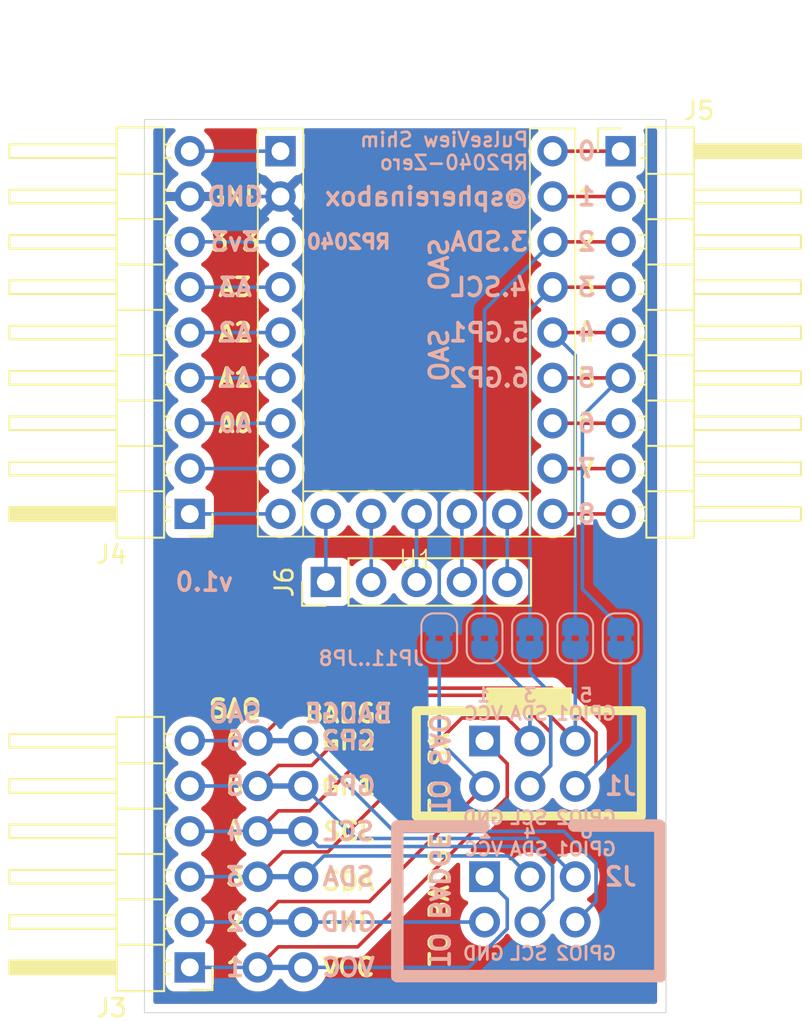
<source format=kicad_pcb>
(kicad_pcb (version 20240108) (generator "pcbnew") (generator_version "8.0")
  (layers (0 "F.Cu" signal) (31 "B.Cu" signal) (34 "B.Paste" user) (35 "F.Paste" user) (36 "B.SilkS" user "B.Silkscreen") (37 "F.SilkS" user "F.Silkscreen") (38 "B.Mask" user) (39 "F.Mask" user) (44 "Edge.Cuts" user))
  (net 0 "")
  (net 1 "/VCC")
  (net 2 "/GND")
  (net 3 "/SDA")
  (net 4 "/SCL")
  (net 5 "/GPIO1")
  (net 6 "/GPIO2")
  (net 7 "/SAO_1")
  (net 8 "/SAO_3")
  (net 9 "/SAO_4")
  (net 10 "/SAO_5")
  (net 11 "/SAO_2")
  (net 12 "/SAO_6")
  (net 13 "Net-(J4-Pin_7)")
  (net 14 "Net-(J4-Pin_5)")
  (net 15 "Net-(J4-Pin_6)")
  (net 16 "Net-(J4-Pin_4)")
  (net 17 "Net-(J4-Pin_3)")
  (net 18 "Net-(J4-Pin_1)")
  (net 19 "Net-(J4-Pin_9)")
  (net 20 "Net-(J5-Pin_1)")
  (net 21 "Net-(J5-Pin_8)")
  (net 22 "Net-(J5-Pin_2)")
  (net 23 "Net-(J5-Pin_7)")
  (net 24 "Net-(J5-Pin_9)")
  (net 25 "Net-(J6-Pin_2)")
  (net 26 "Net-(J6-Pin_4)")
  (net 27 "Net-(J6-Pin_1)")
  (net 28 "Net-(J6-Pin_3)")
  (net 29 "Net-(J6-Pin_5)")
  (net 30 "Net-(J4-Pin_2)")
  (net 31 "/RP2040_GND")
  (net 32 "Net-(J5-Pin_3)")
  (net 33 "Net-(J5-Pin_4)")
  (net 34 "Net-(J5-Pin_5)")
  (net 35 "Net-(J5-Pin_6)")
  (footprint "Connector_PinHeader_2.54mm:PinHeader_1x06_P2.54mm_Horizontal" (layer "F.Cu") (at 118.11 78.74 180)
    (property "Reference" "J3" (at 4.385 -2.27 0) (layer "F.SilkS"))
    (property "Value" "Conn_01x06_Pin")
    (pad "1" thru_hole rect (at 0 0 180) (size 1.7 1.7) (drill 1) (layers "*.Cu" "*.Mask") (net 7 "/SAO_1"))
    (pad "2" thru_hole oval (at 0 2.54 180) (size 1.7 1.7) (drill 1) (layers "*.Cu" "*.Mask") (net 11 "/SAO_2"))
    (pad "3" thru_hole oval (at 0 5.08 180) (size 1.7 1.7) (drill 1) (layers "*.Cu" "*.Mask") (net 8 "/SAO_3"))
    (pad "4" thru_hole oval (at 0 7.62 180) (size 1.7 1.7) (drill 1) (layers "*.Cu" "*.Mask") (net 9 "/SAO_4"))
    (pad "5" thru_hole oval (at 0 10.16 180) (size 1.7 1.7) (drill 1) (layers "*.Cu" "*.Mask") (net 10 "/SAO_5"))
    (pad "6" thru_hole oval (at 0 12.7 180) (size 1.7 1.7) (drill 1) (layers "*.Cu" "*.Mask") (net 12 "/SAO_6"))
  )
  (footprint "Connector_PinHeader_2.54mm:PinHeader_1x09_P2.54mm_Horizontal" (layer "F.Cu") (at 118.11 53.34 180)
    (property "Reference" "J4" (at 4.385 -2.27 0) (layer "F.SilkS"))
    (property "Value" "Conn_01x09_Pin")
    (pad "1" thru_hole rect (at 0 0 180) (size 1.7 1.7) (drill 1) (layers "*.Cu" "*.Mask") (net 18 "Net-(J4-Pin_1)"))
    (pad "2" thru_hole oval (at 0 2.54 180) (size 1.7 1.7) (drill 1) (layers "*.Cu" "*.Mask") (net 30 "Net-(J4-Pin_2)"))
    (pad "3" thru_hole oval (at 0 5.08 180) (size 1.7 1.7) (drill 1) (layers "*.Cu" "*.Mask") (net 17 "Net-(J4-Pin_3)"))
    (pad "4" thru_hole oval (at 0 7.62 180) (size 1.7 1.7) (drill 1) (layers "*.Cu" "*.Mask") (net 16 "Net-(J4-Pin_4)"))
    (pad "5" thru_hole oval (at 0 10.16 180) (size 1.7 1.7) (drill 1) (layers "*.Cu" "*.Mask") (net 14 "Net-(J4-Pin_5)"))
    (pad "6" thru_hole oval (at 0 12.7 180) (size 1.7 1.7) (drill 1) (layers "*.Cu" "*.Mask") (net 15 "Net-(J4-Pin_6)"))
    (pad "7" thru_hole oval (at 0 15.24 180) (size 1.7 1.7) (drill 1) (layers "*.Cu" "*.Mask") (net 13 "Net-(J4-Pin_7)"))
    (pad "8" thru_hole oval (at 0 17.78 180) (size 1.7 1.7) (drill 1) (layers "*.Cu" "*.Mask") (net 31 "/RP2040_GND"))
    (pad "9" thru_hole oval (at 0 20.32 180) (size 1.7 1.7) (drill 1) (layers "*.Cu" "*.Mask") (net 19 "Net-(J4-Pin_9)"))
  )
  (footprint "WaveShare:RP2040-Zero-PinHeaders" (layer "F.Cu") (at 130.81 43.18)
    (property "Reference" "U1" (at 0 12.7 0) (layer "F.SilkS") (effects (font (thickness 0.1))))
    (property "Value" "RP2040-Zero")
    (pad "1" thru_hole rect (at -7.62 -10.16) (size 1.7018 1.7018) (drill 1) (layers "*.Cu" "*.Mask") (net 19 "Net-(J4-Pin_9)"))
    (pad "2" thru_hole circle (at -7.62 -7.62) (size 1.7018 1.7018) (drill 1) (layers "*.Cu" "*.Mask") (net 31 "/RP2040_GND"))
    (pad "3" thru_hole circle (at -7.62 -5.08) (size 1.7018 1.7018) (drill 1) (layers "*.Cu" "*.Mask") (net 13 "Net-(J4-Pin_7)"))
    (pad "4" thru_hole circle (at -7.62 -2.54) (size 1.7018 1.7018) (drill 1) (layers "*.Cu" "*.Mask") (net 15 "Net-(J4-Pin_6)"))
    (pad "5" thru_hole circle (at -7.62 0) (size 1.7018 1.7018) (drill 1) (layers "*.Cu" "*.Mask") (net 14 "Net-(J4-Pin_5)"))
    (pad "6" thru_hole circle (at -7.62 2.54) (size 1.7018 1.7018) (drill 1) (layers "*.Cu" "*.Mask") (net 16 "Net-(J4-Pin_4)"))
    (pad "7" thru_hole circle (at -7.62 5.08) (size 1.7018 1.7018) (drill 1) (layers "*.Cu" "*.Mask") (net 17 "Net-(J4-Pin_3)"))
    (pad "8" thru_hole circle (at -7.62 7.62) (size 1.7018 1.7018) (drill 1) (layers "*.Cu" "*.Mask") (net 30 "Net-(J4-Pin_2)"))
    (pad "9" thru_hole circle (at -7.62 10.16) (size 1.7018 1.7018) (drill 1) (layers "*.Cu" "*.Mask") (net 18 "Net-(J4-Pin_1)"))
    (pad "10" thru_hole circle (at -5.08 10.16 90) (size 1.7018 1.7018) (drill 1) (layers "*.Cu" "*.Mask") (net 27 "Net-(J6-Pin_1)"))
    (pad "11" thru_hole circle (at -2.54 10.16 90) (size 1.7018 1.7018) (drill 1) (layers "*.Cu" "*.Mask") (net 25 "Net-(J6-Pin_2)"))
    (pad "12" thru_hole circle (at 0 10.16 90) (size 1.7018 1.7018) (drill 1) (layers "*.Cu" "*.Mask") (net 28 "Net-(J6-Pin_3)"))
    (pad "13" thru_hole circle (at 2.54 10.16 90) (size 1.7018 1.7018) (drill 1) (layers "*.Cu" "*.Mask") (net 26 "Net-(J6-Pin_4)"))
    (pad "14" thru_hole circle (at 5.08 10.16 90) (size 1.7018 1.7018) (drill 1) (layers "*.Cu" "*.Mask") (net 29 "Net-(J6-Pin_5)"))
    (pad "15" thru_hole circle (at 7.62 10.16 90) (size 1.7018 1.7018) (drill 1) (layers "*.Cu" "*.Mask") (net 24 "Net-(J5-Pin_9)"))
    (pad "16" thru_hole circle (at 7.62 7.62 180) (size 1.7018 1.7018) (drill 1) (layers "*.Cu" "*.Mask") (net 21 "Net-(J5-Pin_8)"))
    (pad "17" thru_hole circle (at 7.62 5.08 180) (size 1.7018 1.7018) (drill 1) (layers "*.Cu" "*.Mask") (net 23 "Net-(J5-Pin_7)"))
    (pad "18" thru_hole circle (at 7.62 2.54) (size 1.7018 1.7018) (drill 1) (layers "*.Cu" "*.Mask") (net 35 "Net-(J5-Pin_6)"))
    (pad "19" thru_hole circle (at 7.62 0) (size 1.7018 1.7018) (drill 1) (layers "*.Cu" "*.Mask") (net 34 "Net-(J5-Pin_5)"))
    (pad "20" thru_hole circle (at 7.62 -2.54) (size 1.7018 1.7018) (drill 1) (layers "*.Cu" "*.Mask") (net 33 "Net-(J5-Pin_4)"))
    (pad "21" thru_hole circle (at 7.62 -5.08) (size 1.7018 1.7018) (drill 1) (layers "*.Cu" "*.Mask") (net 32 "Net-(J5-Pin_3)"))
    (pad "22" thru_hole circle (at 7.62 -7.62) (size 1.7018 1.7018) (drill 1) (layers "*.Cu" "*.Mask") (net 22 "Net-(J5-Pin_2)"))
    (pad "23" thru_hole circle (at 7.62 -10.16) (size 1.7018 1.7018) (drill 1) (layers "*.Cu" "*.Mask") (net 20 "Net-(J5-Pin_1)"))
  )
  (footprint "Simple_Addon_v2:Simple_Addon_v2-BADGE-2x3" (layer "F.Cu") (at 137.1 67.31)
    (property "Reference" "J1" (at 5.14 1.27 180) (layer "B.SilkS") (effects (font (size 1.016 1.016) (thickness 0.2032)) (justify mirror)))
    (property "Value" "to SAO")
    (fp_text user "GPIO1" (at 3.2 -2.794 0) (layer "B.SilkS") (effects (font (size 0.75 0.75)) (justify mirror)))
    (fp_text user "1" (at -2.54 -3.81 0) (layer "B.SilkS") (effects (font (size 0.75 0.75)) (justify mirror)))
    (fp_text user "VCC" (at -2.54 -2.794 0) (layer "B.SilkS") (effects (font (size 0.75 0.75)) (justify mirror)))
    (fp_text user "SCL" (at 0 3.048 0) (layer "B.SilkS") (effects (font (size 0.75 0.75)) (justify mirror)))
    (fp_text user "3" (at 0.06 -3.81 0) (layer "B.SilkS") (effects (font (size 0.75 0.75)) (justify mirror)))
    (fp_text user "5" (at 3.2 -3.81 0) (layer "B.SilkS") (effects (font (size 0.75 0.75)) (justify mirror)))
    (fp_text user "4" (at 0.06 3.81 0) (layer "B.SilkS") (effects (font (size 0.75 0.75)) (justify mirror)))
    (fp_text user "GND" (at -2.54 3.048 0) (layer "B.SilkS") (effects (font (size 0.75 0.75)) (justify mirror)))
    (fp_text user "6" (at 3.235 3.81 0) (layer "B.SilkS") (effects (font (size 0.75 0.75)) (justify mirror)))
    (fp_text user "GPIO2" (at 3.2 3.048 0) (layer "B.SilkS") (effects (font (size 0.75 0.75)) (justify mirror)))
    (fp_text user "SDA" (at 0 -2.794 0) (layer "B.SilkS") (effects (font (size 0.75 0.75)) (justify mirror)))
    (fp_text user "2" (at -2.48 3.81 0) (layer "B.SilkS") (effects (font (size 0.75 0.75)) (justify mirror)))
    (pad "1" thru_hole rect (at -2.48 -1.25 270) (size 1.7272 1.7272) (drill 1.016) (layers "*.Cu" "*.Mask") (net 7 "/SAO_1"))
    (pad "2" thru_hole circle (at -2.48 1.29 270) (size 1.7272 1.7272) (drill 1.016) (layers "*.Cu" "*.Mask") (net 11 "/SAO_2"))
    (pad "3" thru_hole oval (at 0.06 -1.25 270) (size 1.7272 1.7272) (drill 1.016) (layers "*.Cu" "*.Mask") (net 8 "/SAO_3"))
    (pad "4" thru_hole oval (at 0.06 1.29 270) (size 1.7272 1.7272) (drill 1.016) (layers "*.Cu" "*.Mask") (net 9 "/SAO_4"))
    (pad "5" thru_hole circle (at 2.6 -1.25 270) (size 1.7272 1.7272) (drill 1.016) (layers "*.Cu" "*.Mask") (net 10 "/SAO_5"))
    (pad "6" thru_hole circle (at 2.6 1.29 270) (size 1.7272 1.7272) (drill 1.016) (layers "*.Cu" "*.Mask") (net 12 "/SAO_6"))
  )
  (footprint "Simple_Addon_v2:Simple_Addon_v2-SAO-2x3" (layer "F.Cu") (at 137.1 74.91)
    (property "Reference" "J2" (at 5.14 -1.25 0) (layer "B.SilkS") (effects (font (size 1.016 1.016) (thickness 0.2032)) (justify mirror)))
    (property "Value" "to BADGE")
    (fp_text user "SDA" (at 0 -2.794 0) (layer "B.SilkS") (effects (font (size 0.75 0.75)) (justify mirror)))
    (fp_text user "GND" (at -2.54 3.048 0) (layer "B.SilkS") (effects (font (size 0.75 0.75)) (justify mirror)))
    (fp_text user "SCL" (at 0 3.048 0) (layer "B.SilkS") (effects (font (size 0.75 0.75)) (justify mirror)))
    (fp_text user "GPIO1" (at 3.2 -2.794 0) (layer "B.SilkS") (effects (font (size 0.75 0.75)) (justify mirror)))
    (fp_text user "VCC" (at -2.54 -2.794 0) (layer "B.SilkS") (effects (font (size 0.75 0.75)) (justify mirror)))
    (fp_text user "GPIO2" (at 3.2 3.048 0) (layer "B.SilkS") (effects (font (size 0.75 0.75)) (justify mirror)))
    (pad "1" thru_hole rect (at -2.48 -1.25 270) (size 1.7272 1.7272) (drill 1.016) (layers "*.Cu" "*.Mask") (net 1 "/VCC"))
    (pad "2" thru_hole circle (at -2.48 1.29 270) (size 1.7272 1.7272) (drill 1.016) (layers "*.Cu" "*.Mask") (net 2 "/GND"))
    (pad "3" thru_hole oval (at 0.06 -1.25 270) (size 1.7272 1.7272) (drill 1.016) (layers "*.Cu" "*.Mask") (net 3 "/SDA"))
    (pad "4" thru_hole oval (at 0.06 1.29 270) (size 1.7272 1.7272) (drill 1.016) (layers "*.Cu" "*.Mask") (net 4 "/SCL"))
    (pad "5" thru_hole circle (at 2.6 -1.25 270) (size 1.7272 1.7272) (drill 1.016) (layers "*.Cu" "*.Mask") (net 5 "/GPIO1"))
    (pad "6" thru_hole circle (at 2.6 1.29 270) (size 1.7272 1.7272) (drill 1.016) (layers "*.Cu" "*.Mask") (net 6 "/GPIO2"))
  )
  (footprint "Connector_PinHeader_2.54mm:PinHeader_1x09_P2.54mm_Horizontal" (layer "F.Cu") (at 142.24 33.02)
    (property "Reference" "J5" (at 4.385 -2.27 0) (layer "F.SilkS"))
    (property "Value" "Conn_01x09_Pin")
    (pad "1" thru_hole rect (at 0 0) (size 1.7 1.7) (drill 1) (layers "*.Cu" "*.Mask") (net 20 "Net-(J5-Pin_1)"))
    (pad "2" thru_hole oval (at 0 2.54) (size 1.7 1.7) (drill 1) (layers "*.Cu" "*.Mask") (net 22 "Net-(J5-Pin_2)"))
    (pad "3" thru_hole oval (at 0 5.08) (size 1.7 1.7) (drill 1) (layers "*.Cu" "*.Mask") (net 32 "Net-(J5-Pin_3)"))
    (pad "4" thru_hole oval (at 0 7.62) (size 1.7 1.7) (drill 1) (layers "*.Cu" "*.Mask") (net 33 "Net-(J5-Pin_4)"))
    (pad "5" thru_hole oval (at 0 10.16) (size 1.7 1.7) (drill 1) (layers "*.Cu" "*.Mask") (net 34 "Net-(J5-Pin_5)"))
    (pad "6" thru_hole oval (at 0 12.7) (size 1.7 1.7) (drill 1) (layers "*.Cu" "*.Mask") (net 35 "Net-(J5-Pin_6)"))
    (pad "7" thru_hole oval (at 0 15.24) (size 1.7 1.7) (drill 1) (layers "*.Cu" "*.Mask") (net 23 "Net-(J5-Pin_7)"))
    (pad "8" thru_hole oval (at 0 17.78) (size 1.7 1.7) (drill 1) (layers "*.Cu" "*.Mask") (net 21 "Net-(J5-Pin_8)"))
    (pad "9" thru_hole oval (at 0 20.32) (size 1.7 1.7) (drill 1) (layers "*.Cu" "*.Mask") (net 24 "Net-(J5-Pin_9)"))
  )
  (footprint "Connector_PinHeader_2.54mm:PinHeader_1x05_P2.54mm_Vertical" (layer "F.Cu") (at 125.73 57.15 90)
    (property "Reference" "J6" (at 0 -2.33 90) (layer "F.SilkS"))
    (property "Value" "Conn_01x05_Pin")
    (pad "1" thru_hole rect (at 0 0 90) (size 1.7 1.7) (drill 1) (layers "*.Cu" "*.Mask") (net 27 "Net-(J6-Pin_1)"))
    (pad "2" thru_hole oval (at 0 2.54 90) (size 1.7 1.7) (drill 1) (layers "*.Cu" "*.Mask") (net 25 "Net-(J6-Pin_2)"))
    (pad "3" thru_hole oval (at 0 5.08 90) (size 1.7 1.7) (drill 1) (layers "*.Cu" "*.Mask") (net 28 "Net-(J6-Pin_3)"))
    (pad "4" thru_hole oval (at 0 7.62 90) (size 1.7 1.7) (drill 1) (layers "*.Cu" "*.Mask") (net 26 "Net-(J6-Pin_4)"))
    (pad "5" thru_hole oval (at 0 10.16 90) (size 1.7 1.7) (drill 1) (layers "*.Cu" "*.Mask") (net 29 "Net-(J6-Pin_5)"))
  )
  (footprint "Jumper:SolderJumper-2_P1.3mm_Bridged2Bar_RoundedPad1.0x1.5mm" (layer "B.Cu") (at 134.62 60.31 -90)
    (property "Reference" "JP8" (hide yes))
    (property "Value" "SolderJumper_2_Bridged")
    (fp_poly (pts (xy -0.25 0.6) (xy 0.25 0.6) (xy 0.25 0.2) (xy -0.25 0.2)) (fill solid) (layer "B.Cu"))
    (fp_poly (pts (xy -0.25 -0.2) (xy 0.25 -0.2) (xy 0.25 -0.6) (xy -0.25 -0.6)) (fill solid) (layer "B.Cu"))
    (pad "1" smd custom (at -0.65 0 270) (size 1 0.5) (layers "B.Cu" "B.Mask") (net 32 "Net-(J5-Pin_3)") (options (clearance outline) (anchor rect)) (primitives (gr_circle (center 0 -0.25) (end 0.5 -0.25) (width 0) (fill yes)) (gr_circle (center 0 0.25) (end 0.5 0.25) (width 0) (fill yes)) (gr_poly (pts (xy 0.5 -0.75) (xy 0 -0.75) (xy 0 0.75) (xy 0.5 0.75)) (width 0) (fill yes))))
    (pad "2" smd custom (at 0.65 0 270) (size 1 0.5) (layers "B.Cu" "B.Mask") (net 8 "/SAO_3") (options (clearance outline) (anchor rect)) (primitives (gr_circle (center 0 -0.25) (end 0.5 -0.25) (width 0) (fill yes)) (gr_circle (center 0 0.25) (end 0.5 0.25) (width 0) (fill yes)) (gr_poly (pts (xy 0 -0.75) (xy -0.5 -0.75) (xy -0.5 0.75) (xy 0 0.75)) (width 0) (fill yes))))
  )
  (footprint "SAO-Util:SolderJumper-2_Bridged_Pad_Holes" (layer "B.Cu") (at 121.92 76.2)
    (property "Reference" "JP2" (hide yes))
    (property "Value" "SolderJumper_2_Bridged" (hide yes))
    (fp_line (start 0 0) (end 2.54 0) (stroke (width 0.3)) (layer "B.Cu"))
    (pad "1" thru_hole circle (at 0 0) (size 1.7 1.7) (drill 1) (layers "*.Cu" "*.Mask") (net 11 "/SAO_2"))
    (pad "2" thru_hole circle (at 2.54 0) (size 1.7 1.7) (drill 1) (layers "*.Cu" "*.Mask") (net 2 "/GND"))
  )
  (footprint "SAO-Util:SolderJumper-2_Bridged_Pad_Holes" (layer "B.Cu") (at 121.92 71.12)
    (property "Reference" "JP4" (hide yes))
    (property "Value" "SolderJumper_2_Bridged" (hide yes))
    (fp_line (start 0 0) (end 2.54 0) (stroke (width 0.3)) (layer "B.Cu"))
    (pad "1" thru_hole circle (at 0 0) (size 1.7 1.7) (drill 1) (layers "*.Cu" "*.Mask") (net 9 "/SAO_4"))
    (pad "2" thru_hole circle (at 2.54 0) (size 1.7 1.7) (drill 1) (layers "*.Cu" "*.Mask") (net 4 "/SCL"))
  )
  (footprint "SAO-Util:SolderJumper-2_Bridged_Pad_Holes" (layer "B.Cu") (at 121.92 68.58)
    (property "Reference" "JP5" (hide yes))
    (property "Value" "SolderJumper_2_Bridged" (hide yes))
    (fp_line (start 0 0) (end 2.54 0) (stroke (width 0.3)) (layer "B.Cu"))
    (pad "1" thru_hole circle (at 0 0) (size 1.7 1.7) (drill 1) (layers "*.Cu" "*.Mask") (net 10 "/SAO_5"))
    (pad "2" thru_hole circle (at 2.54 0) (size 1.7 1.7) (drill 1) (layers "*.Cu" "*.Mask") (net 5 "/GPIO1"))
  )
  (footprint "SAO-Util:SolderJumper-2_Bridged_Pad_Holes" (layer "B.Cu") (at 121.92 66.04)
    (property "Reference" "JP6" (hide yes))
    (property "Value" "SolderJumper_2_Bridged" (hide yes))
    (fp_line (start 0 0) (end 2.54 0) (stroke (width 0.3)) (layer "B.Cu"))
    (pad "1" thru_hole circle (at 0 0) (size 1.7 1.7) (drill 1) (layers "*.Cu" "*.Mask") (net 12 "/SAO_6"))
    (pad "2" thru_hole circle (at 2.54 0) (size 1.7 1.7) (drill 1) (layers "*.Cu" "*.Mask") (net 6 "/GPIO2"))
  )
  (footprint "Jumper:SolderJumper-2_P1.3mm_Bridged2Bar_RoundedPad1.0x1.5mm" (layer "B.Cu") (at 137.16 60.31 -90)
    (property "Reference" "JP9" (hide yes))
    (property "Value" "SolderJumper_2_Bridged")
    (fp_poly (pts (xy -0.25 0.6) (xy 0.25 0.6) (xy 0.25 0.2) (xy -0.25 0.2)) (fill solid) (layer "B.Cu"))
    (fp_poly (pts (xy -0.25 -0.2) (xy 0.25 -0.2) (xy 0.25 -0.6) (xy -0.25 -0.6)) (fill solid) (layer "B.Cu"))
    (pad "1" smd custom (at -0.65 0 270) (size 1 0.5) (layers "B.Cu" "B.Mask") (net 33 "Net-(J5-Pin_4)") (options (clearance outline) (anchor rect)) (primitives (gr_circle (center 0 -0.25) (end 0.5 -0.25) (width 0) (fill yes)) (gr_circle (center 0 0.25) (end 0.5 0.25) (width 0) (fill yes)) (gr_poly (pts (xy 0.5 -0.75) (xy 0 -0.75) (xy 0 0.75) (xy 0.5 0.75)) (width 0) (fill yes))))
    (pad "2" smd custom (at 0.65 0 270) (size 1 0.5) (layers "B.Cu" "B.Mask") (net 9 "/SAO_4") (options (clearance outline) (anchor rect)) (primitives (gr_circle (center 0 -0.25) (end 0.5 -0.25) (width 0) (fill yes)) (gr_circle (center 0 0.25) (end 0.5 0.25) (width 0) (fill yes)) (gr_poly (pts (xy 0 -0.75) (xy -0.5 -0.75) (xy -0.5 0.75) (xy 0 0.75)) (width 0) (fill yes))))
  )
  (footprint "SAO-Util:SolderJumper-2_Bridged_Pad_Holes" (layer "B.Cu") (at 121.92 78.74)
    (property "Reference" "JP1" (hide yes))
    (property "Value" "SolderJumper_2_Bridged" (hide yes))
    (fp_line (start 0 0) (end 2.54 0) (stroke (width 0.3)) (layer "B.Cu"))
    (pad "1" thru_hole circle (at 0 0) (size 1.7 1.7) (drill 1) (layers "*.Cu" "*.Mask") (net 7 "/SAO_1"))
    (pad "2" thru_hole circle (at 2.54 0) (size 1.7 1.7) (drill 1) (layers "*.Cu" "*.Mask") (net 1 "/VCC"))
  )
  (footprint "Jumper:SolderJumper-2_P1.3mm_Bridged2Bar_RoundedPad1.0x1.5mm" (layer "B.Cu") (at 139.7 60.31 -90)
    (property "Reference" "JP10" (hide yes))
    (property "Value" "SolderJumper_2_Bridged")
    (fp_poly (pts (xy -0.25 0.6) (xy 0.25 0.6) (xy 0.25 0.2) (xy -0.25 0.2)) (fill solid) (layer "B.Cu"))
    (fp_poly (pts (xy -0.25 -0.2) (xy 0.25 -0.2) (xy 0.25 -0.6) (xy -0.25 -0.6)) (fill solid) (layer "B.Cu"))
    (pad "1" smd custom (at -0.65 0 270) (size 1 0.5) (layers "B.Cu" "B.Mask") (net 34 "Net-(J5-Pin_5)") (options (clearance outline) (anchor rect)) (primitives (gr_circle (center 0 -0.25) (end 0.5 -0.25) (width 0) (fill yes)) (gr_circle (center 0 0.25) (end 0.5 0.25) (width 0) (fill yes)) (gr_poly (pts (xy 0.5 -0.75) (xy 0 -0.75) (xy 0 0.75) (xy 0.5 0.75)) (width 0) (fill yes))))
    (pad "2" smd custom (at 0.65 0 270) (size 1 0.5) (layers "B.Cu" "B.Mask") (net 10 "/SAO_5") (options (clearance outline) (anchor rect)) (primitives (gr_circle (center 0 -0.25) (end 0.5 -0.25) (width 0) (fill yes)) (gr_circle (center 0 0.25) (end 0.5 0.25) (width 0) (fill yes)) (gr_poly (pts (xy 0 -0.75) (xy -0.5 -0.75) (xy -0.5 0.75) (xy 0 0.75)) (width 0) (fill yes))))
  )
  (footprint "Jumper:SolderJumper-2_P1.3mm_Bridged2Bar_RoundedPad1.0x1.5mm" (layer "B.Cu") (at 132.08 60.31 90)
    (property "Reference" "JP7" (hide yes))
    (property "Value" "SolderJumper_2_Bridged")
    (fp_poly (pts (xy -0.25 -0.2) (xy 0.25 -0.2) (xy 0.25 -0.6) (xy -0.25 -0.6)) (fill solid) (layer "B.Cu"))
    (fp_poly (pts (xy -0.25 0.6) (xy 0.25 0.6) (xy 0.25 0.2) (xy -0.25 0.2)) (fill solid) (layer "B.Cu"))
    (pad "1" smd custom (at -0.65 0 90) (size 1 0.5) (layers "B.Cu" "B.Mask") (net 11 "/SAO_2") (options (clearance outline) (anchor rect)) (primitives (gr_circle (center 0 -0.25) (end 0.5 -0.25) (width 0) (fill yes)) (gr_circle (center 0 0.25) (end 0.5 0.25) (width 0) (fill yes)) (gr_poly (pts (xy 0.5 -0.75) (xy 0 -0.75) (xy 0 0.75) (xy 0.5 0.75)) (width 0) (fill yes))))
    (pad "2" smd custom (at 0.65 0 90) (size 1 0.5) (layers "B.Cu" "B.Mask") (net 31 "/RP2040_GND") (options (clearance outline) (anchor rect)) (primitives (gr_circle (center 0 -0.25) (end 0.5 -0.25) (width 0) (fill yes)) (gr_circle (center 0 0.25) (end 0.5 0.25) (width 0) (fill yes)) (gr_poly (pts (xy 0 -0.75) (xy -0.5 -0.75) (xy -0.5 0.75) (xy 0 0.75)) (width 0) (fill yes))))
  )
  (footprint "Jumper:SolderJumper-2_P1.3mm_Bridged2Bar_RoundedPad1.0x1.5mm" (layer "B.Cu") (at 142.24 60.31 -90)
    (property "Reference" "JP11" (hide yes))
    (property "Value" "SolderJumper_2_Bridged")
    (fp_poly (pts (xy -0.25 0.6) (xy 0.25 0.6) (xy 0.25 0.2) (xy -0.25 0.2)) (fill solid) (layer "B.Cu"))
    (fp_poly (pts (xy -0.25 -0.2) (xy 0.25 -0.2) (xy 0.25 -0.6) (xy -0.25 -0.6)) (fill solid) (layer "B.Cu"))
    (pad "1" smd custom (at -0.65 0 270) (size 1 0.5) (layers "B.Cu" "B.Mask") (net 35 "Net-(J5-Pin_6)") (options (clearance outline) (anchor rect)) (primitives (gr_circle (center 0 -0.25) (end 0.5 -0.25) (width 0) (fill yes)) (gr_circle (center 0 0.25) (end 0.5 0.25) (width 0) (fill yes)) (gr_poly (pts (xy 0.5 -0.75) (xy 0 -0.75) (xy 0 0.75) (xy 0.5 0.75)) (width 0) (fill yes))))
    (pad "2" smd custom (at 0.65 0 270) (size 1 0.5) (layers "B.Cu" "B.Mask") (net 12 "/SAO_6") (options (clearance outline) (anchor rect)) (primitives (gr_circle (center 0 -0.25) (end 0.5 -0.25) (width 0) (fill yes)) (gr_circle (center 0 0.25) (end 0.5 0.25) (width 0) (fill yes)) (gr_poly (pts (xy 0 -0.75) (xy -0.5 -0.75) (xy -0.5 0.75) (xy 0 0.75)) (width 0) (fill yes))))
  )
  (footprint "SAO-Util:SolderJumper-2_Bridged_Pad_Holes" (layer "B.Cu") (at 121.92 73.66)
    (property "Reference" "JP3" (hide yes))
    (property "Value" "SolderJumper_2_Bridged" (hide yes))
    (fp_line (start 0 0) (end 2.54 0) (stroke (width 0.3)) (layer "B.Cu"))
    (pad "1" thru_hole circle (at 0 0) (size 1.7 1.7) (drill 1) (layers "*.Cu" "*.Mask") (net 8 "/SAO_3"))
    (pad "2" thru_hole circle (at 2.54 0) (size 1.7 1.7) (drill 1) (layers "*.Cu" "*.Mask") (net 3 "/SDA"))
  )
  (gr_rect (start 115.57 31.242) (end 144.78 81.28) (stroke (width 0.05)) (fill none) (layer "Edge.Cuts"))
  (gr_text "5.GP1" (at 134.874 43.18 0) (layer "B.SilkS") (effects (font (size 1.016 1.016) (thickness 0.2032) (bold yes)) (justify mirror)))
  (gr_text "2" (at 120.65 76.2 0) (layer "B.SilkS") (effects (font (size 1.016 1.016) (thickness 0.2032) (bold yes)) (justify mirror)))
  (gr_text "3" (at 120.65 73.66 0) (layer "B.SilkS") (effects (font (size 1.016 1.016) (thickness 0.2032) (bold yes)) (justify mirror)))
  (gr_text "4" (at 140.335 43.18 -0) (layer "B.SilkS") (effects (font (size 1.016 1.016) (thickness 0.2032) (bold yes)) (justify mirror)))
  (gr_text "4.SCL" (at 134.874 40.64 0) (layer "B.SilkS") (effects (font (size 1.016 1.016) (thickness 0.2032) (bold yes)) (justify mirror)))
  (gr_text "3.SDA" (at 134.874 38.1 0) (layer "B.SilkS") (effects (font (size 1.016 1.016) (thickness 0.2032) (bold yes)) (justify mirror)))
  (gr_text "5" (at 120.65 68.58 0) (layer "B.SilkS") (effects (font (size 1.016 1.016) (thickness 0.2032) (bold yes)) (justify mirror)))
  (gr_text "7" (at 140.335 50.8 -0) (layer "B.SilkS") (effects (font (size 1.016 1.016) (thickness 0.2032) (bold yes)) (justify mirror)))
  (gr_text "4" (at 120.65 71.12 0) (layer "B.SilkS") (effects (font (size 1.016 1.016) (thickness 0.2032) (bold yes)) (justify mirror)))
  (gr_text "3" (at 140.335 40.64 -0) (layer "B.SilkS") (effects (font (size 1.016 1.016) (thickness 0.2032) (bold yes)) (justify mirror)))
  (gr_text "GP2" (at 127 66.04 0) (layer "B.SilkS") (effects (font (size 1.016 1.016) (thickness 0.2032) (bold yes)) (justify mirror)))
  (gr_text "2" (at 140.335 38.1 -0) (layer "B.SilkS") (effects (font (size 1.016 1.016) (thickness 0.2032) (bold yes)) (justify mirror)))
  (gr_text "PulseView Shim\nRP2040-Zero" (at 137.16 33.02 0) (layer "B.SilkS") (effects (font (size 0.8 0.8) (thickness 0.15) (bold yes)) (justify left mirror)))
  (gr_text "SDA" (at 127 73.66 0) (layer "B.SilkS") (effects (font (size 1.016 1.016) (thickness 0.2032) (bold yes)) (justify mirror)))
  (gr_text "GND" (at 127 76.2 0) (layer "B.SilkS") (effects (font (size 1.016 1.016) (thickness 0.2032) (bold yes)) (justify mirror)))
  (gr_text "8" (at 140.335 53.34 -0) (layer "B.SilkS") (effects (font (size 1.016 1.016) (thickness 0.2032) (bold yes)) (justify mirror)))
  (gr_text "1" (at 140.335 35.56 -0) (layer "B.SilkS") (effects (font (size 1.016 1.016) (thickness 0.2032) (bold yes)) (justify mirror)))
  (gr_text "VCC" (at 127 78.74 0) (layer "B.SilkS") (effects (font (size 1.016 1.016) (thickness 0.2032) (bold yes)) (justify mirror)))
  (gr_text "6" (at 140.335 48.26 -0) (layer "B.SilkS") (effects (font (size 1.016 1.016) (thickness 0.2032) (bold yes)) (justify mirror)))
  (gr_text "GND" (at 120.65 35.56 0) (layer "B.SilkS") (effects (font (size 1.016 1.016) (thickness 0.2032) (bold yes)) (justify mirror)))
  (gr_text "5" (at 140.335 45.72 -0) (layer "B.SilkS") (effects (font (size 1.016 1.016) (thickness 0.2032) (bold yes)) (justify mirror)))
  (gr_text "A3" (at 120.65 40.64 0) (layer "B.SilkS") (effects (font (size 1.016 1.016) (thickness 0.2032) (bold yes)) (justify mirror)))
  (gr_text "BADGE" (at 129.54 64.516 0) (layer "B.SilkS") (effects (font (size 1.016 1.016) (thickness 0.2032) (bold yes)) (justify left mirror)))
  (gr_text "A1" (at 120.65 45.72 0) (layer "B.SilkS") (effects (font (size 1.016 1.016) (thickness 0.2032) (bold yes)) (justify mirror)))
  (gr_text "RP2040" (at 127 38.1 0) (layer "B.SilkS") (effects (font (size 0.8 0.8) (thickness 0.2) (bold yes)) (justify mirror)))
  (gr_text "GP1" (at 127 68.58 0) (layer "B.SilkS") (effects (font (size 1.016 1.016) (thickness 0.2032) (bold yes)) (justify mirror)))
  (gr_text "v1.0" (at 120.65 57.15 -0) (layer "B.SilkS") (effects (font (size 1.016 1.016) (thickness 0.2032) (bold yes)) (justify left mirror)))
  (gr_text "6" (at 120.65 66.04 0) (layer "B.SilkS") (effects (font (size 1.016 1.016) (thickness 0.2032) (bold yes)) (justify mirror)))
  (gr_text "6.GP2" (at 134.874 45.72 0) (layer "B.SilkS") (effects (font (size 1.016 1.016) (thickness 0.2032) (bold yes)) (justify mirror)))
  (gr_text "1" (at 120.65 78.74 0) (layer "B.SilkS") (effects (font (size 1.016 1.016) (thickness 0.2032) (bold yes)) (justify mirror)))
  (gr_text "0" (at 140.335 33.02 -0) (layer "B.SilkS") (effects (font (size 1.016 1.016) (thickness 0.2032) (bold yes)) (justify mirror)))
  (gr_text "A2" (at 120.65 43.18 0) (layer "B.SilkS") (effects (font (size 1.016 1.016) (thickness 0.2032) (bold yes)) (justify mirror)))
  (gr_text "TO BADGE" (at 132.08 74.93 -90) (layer "B.SilkS") (effects (font (size 1.016 1.016) (thickness 0.2032) (bold yes)) (justify mirror)))
  (gr_text "@sphereinabox" (at 137.16 35.56 -0) (layer "B.SilkS") (effects (font (size 1.016 1.016) (thickness 0.2032) (bold yes)) (justify left mirror)))
  (gr_text "TO SAO" (at 132.08 67.31 -90) (layer "B.SilkS") (effects (font (size 1.016 1.016) (thickness 0.2032) (bold yes)) (justify mirror)))
  (gr_text "SAO" (at 132.08 39.37 90) (layer "B.SilkS") (effects (font (size 1.016 1.016) (thickness 0.2032) (bold yes)) (justify mirror)))
  (gr_text "SAO" (at 120.65 64.516 0) (layer "B.SilkS") (effects (font (size 1.016 1.016) (thickness 0.2032) (bold yes)) (justify mirror)))
  (gr_text "A0" (at 120.65 48.26 0) (layer "B.SilkS") (effects (font (size 1.016 1.016) (thickness 0.2032) (bold yes)) (justify mirror)))
  (gr_text "SCL" (at 127 71.12 0) (layer "B.SilkS") (effects (font (size 1.016 1.016) (thickness 0.2032) (bold yes)) (justify mirror)))
  (gr_text "SAO" (at 132.08 44.45 90) (layer "B.SilkS") (effects (font (size 1.016 1.016) (thickness 0.2032) (bold yes)) (justify mirror)))
  (gr_text "3v3" (at 120.65 38.1 0) (layer "B.SilkS") (effects (font (size 1.016 1.016) (thickness 0.2032) (bold yes)) (justify mirror)))
  (gr_text "JP11..JP8" (at 128.27 60.96 0) (layer "B.SilkS") (effects (font (size 0.8 0.8) (thickness 0.15) (bold yes)) (justify top mirror)))
  (gr_text "TO SAO" (at 132.08 67.31 90) (layer "F.SilkS") (effects (font (size 1.016 1.016) (thickness 0.2032) (bold yes))))
  (gr_text "VCC" (at 127 78.74 0) (layer "F.SilkS") (effects (font (size 1.016 1.016) (thickness 0.2032) (bold yes))))
  (gr_text "A2" (at 120.65 43.18 -0) (layer "F.SilkS") (effects (font (size 1.016 1.016) (thickness 0.2032) (bold yes))))
  (gr_text "1" (at 120.65 78.74 0) (layer "F.SilkS") (effects (font (size 1.016 1.016) (thickness 0.2032) (bold yes))))
  (gr_text "5" (at 120.65 68.58 0) (layer "F.SilkS") (effects (font (size 1.016 1.016) (thickness 0.2032) (bold yes))))
  (gr_text "4" (at 140.335 43.18 0) (layer "F.SilkS") (effects (font (size 1.016 1.016) (thickness 0.2032) (bold yes))))
  (gr_text "5" (at 140.335 45.72 0) (layer "F.SilkS") (effects (font (size 1.016 1.016) (thickness 0.2032) (bold yes))))
  (gr_text "3v3" (at 120.65 38.1 -0) (layer "F.SilkS") (effects (font (size 1.016 1.016) (thickness 0.2032) (bold yes))))
  (gr_text "6" (at 120.65 66.04 0) (layer "F.SilkS") (effects (font (size 1.016 1.016) (thickness 0.2032) (bold yes))))
  (gr_text "4" (at 120.65 71.12 0) (layer "F.SilkS") (effects (font (size 1.016 1.016) (thickness 0.2032) (bold yes))))
  (gr_text "7" (at 140.335 50.8 0) (layer "F.SilkS") (effects (font (size 1.016 1.016) (thickness 0.2032) (bold yes))))
  (gr_text "3" (at 120.65 73.66 0) (layer "F.SilkS") (effects (font (size 1.016 1.016) (thickness 0.2032) (bold yes))))
  (gr_text "2" (at 140.335 38.1 0) (layer "F.SilkS") (effects (font (size 1.016 1.016) (thickness 0.2032) (bold yes))))
  (gr_text "GP1" (at 127 68.58 0) (layer "F.SilkS") (effects (font (size 1.016 1.016) (thickness 0.2032) (bold yes))))
  (gr_text "0" (at 140.335 33.02 0) (layer "F.SilkS") (effects (font (size 1.016 1.016) (thickness 0.2032) (bold yes))))
  (gr_text "TO BADGE" (at 132.08 74.93 90) (layer "F.SilkS") (effects (font (size 1.016 1.016) (thickness 0.2032) (bold yes))))
  (gr_text "3" (at 140.335 40.64 0) (layer "F.SilkS") (effects (font (size 1.016 1.016) (thickness 0.2032) (bold yes))))
  (gr_text "A1" (at 120.65 45.72 -0) (layer "F.SilkS") (effects (font (size 1.016 1.016) (thickness 0.2032) (bold yes))))
  (gr_text "SAO" (at 120.65 64.262 0) (layer "F.SilkS") (effects (font (size 1.016 1.016) (thickness 0.2032) (bold yes))))
  (gr_text "8" (at 140.335 53.34 0) (layer "F.SilkS") (effects (font (size 1.016 1.016) (thickness 0.2032) (bold yes))))
  (gr_text "GND" (at 127 76.2 0) (layer "F.SilkS") (effects (font (size 1.016 1.016) (thickness 0.2032) (bold yes))))
  (gr_text "SDA" (at 127 73.914 0) (layer "F.SilkS") (effects (font (size 1.016 1.016) (thickness 0.2032) (bold yes))))
  (gr_text "GP2" (at 127 66.04 0) (layer "F.SilkS") (effects (font (size 1.016 1.016) (thickness 0.2032) (bold yes))))
  (gr_text "GND" (at 120.65 35.56 -0) (layer "F.SilkS") (effects (font (size 1.016 1.016) (thickness 0.2032) (bold yes))))
  (gr_text "6" (at 140.335 48.26 0) (layer "F.SilkS") (effects (font (size 1.016 1.016) (thickness 0.2032) (bold yes))))
  (gr_text "A0" (at 120.65 48.26 -0) (layer "F.SilkS") (effects (font (size 1.016 1.016) (thickness 0.2032) (bold yes))))
  (gr_text "2" (at 120.65 76.2 0) (layer "F.SilkS") (effects (font (size 1.016 1.016) (thickness 0.2032) (bold yes))))
  (gr_text "BADGE" (at 127 64.516 0) (layer "F.SilkS") (effects (font (size 1.016 1.016) (thickness 0.2032) (bold yes))))
  (gr_text "1" (at 140.335 35.56 0) (layer "F.SilkS") (effects (font (size 1.016 1.016) (thickness 0.2032) (bold yes))))
  (gr_text "A3" (at 120.65 40.64 -0) (layer "F.SilkS") (effects (font (size 1.016 1.016) (thickness 0.2032) (bold yes))))
  (gr_text "SCL" (at 127 71.12 0) (layer "F.SilkS") (effects (font (size 1.016 1.016) (thickness 0.2032) (bold yes))))
  (segment (start 133.725579 78.74) (end 135.89 76.575579) (width 0.2) (layer "B.Cu") (net 1))
  (segment (start 124.46 78.74) (end 133.725579 78.74) (width 0.2) (layer "B.Cu") (net 1))
  (segment (start 135.89 74.93) (end 134.62 73.66) (width 0.2) (layer "B.Cu") (net 1))
  (segment (start 135.89 76.575579) (end 135.89 74.93) (width 0.2) (layer "B.Cu") (net 1))
  (segment (start 124.46 76.2) (end 134.62 76.2) (width 0.2) (layer "B.Cu") (net 2))
  (segment (start 124.46 73.66) (end 125.6236 72.4964) (width 0.2) (layer "B.Cu") (net 3))
  (segment (start 135.9964 72.4964) (end 137.16 73.66) (width 0.2) (layer "B.Cu") (net 3))
  (segment (start 125.6236 72.4964) (end 135.9964 72.4964) (width 0.2) (layer "B.Cu") (net 3))
  (segment (start 124.46 71.12) (end 125.31 71.97) (width 0.2) (layer "B.Cu") (net 4))
  (segment (start 137.328379 71.97) (end 138.43 73.071621) (width 0.2) (layer "B.Cu") (net 4))
  (segment (start 125.31 71.97) (end 137.328379 71.97) (width 0.2) (layer "B.Cu") (net 4))
  (segment (start 138.43 73.071621) (end 138.43 74.93) (width 0.2) (layer "B.Cu") (net 4))
  (segment (start 138.43 74.93) (end 137.16 76.2) (width 0.2) (layer "B.Cu") (net 4))
  (segment (start 137.56 71.52) (end 139.7 73.66) (width 0.2) (layer "B.Cu") (net 5))
  (segment (start 127.4 71.52) (end 137.56 71.52) (width 0.2) (layer "B.Cu") (net 5))
  (segment (start 124.46 68.58) (end 127.4 71.52) (width 0.2) (layer "B.Cu") (net 5))
  (segment (start 139.065 71.12) (end 140.8636 72.9186) (width 0.2) (layer "B.Cu") (net 6))
  (segment (start 129.54 71.12) (end 139.065 71.12) (width 0.2) (layer "B.Cu") (net 6))
  (segment (start 140.8636 72.9186) (end 140.8636 75.0364) (width 0.2) (layer "B.Cu") (net 6))
  (segment (start 124.46 66.04) (end 129.54 71.12) (width 0.2) (layer "B.Cu") (net 6))
  (segment (start 140.8636 75.0364) (end 139.7 76.2) (width 0.2) (layer "B.Cu") (net 6))
  (segment (start 135.89 69.215) (end 127.515 77.59) (width 0.2) (layer "F.Cu") (net 7))
  (segment (start 134.62 66.06) (end 135.89 67.33) (width 0.2) (layer "F.Cu") (net 7))
  (segment (start 127.515 77.59) (end 123.07 77.59) (width 0.2) (layer "F.Cu") (net 7))
  (segment (start 135.89 67.33) (end 135.89 69.215) (width 0.2) (layer "F.Cu") (net 7))
  (segment (start 123.07 77.59) (end 121.92 78.74) (width 0.2) (layer "F.Cu") (net 7))
  (segment (start 118.11 78.74) (end 121.92 78.74) (width 0.2) (layer "B.Cu") (net 7))
  (segment (start 121.283604 78.74) (end 121.601802 79.058198) (width 0.2) (layer "B.Cu") (net 7))
  (segment (start 121.354315 78.74) (end 121.637158 79.022843) (width 0.2) (layer "B.Cu") (net 7))
  (segment (start 123.31 72.27) (end 125.85 72.27) (width 0.2) (layer "F.Cu") (net 8))
  (segment (start 133.35 64.77) (end 135.87 64.77) (width 0.2) (layer "F.Cu") (net 8))
  (segment (start 135.87 64.77) (end 137.16 66.06) (width 0.2) (layer "F.Cu") (net 8))
  (segment (start 125.85 72.27) (end 133.35 64.77) (width 0.2) (layer "F.Cu") (net 8))
  (segment (start 121.92 73.66) (end 123.31 72.27) (width 0.2) (layer "F.Cu") (net 8))
  (segment (start 137.16 63.53) (end 137.16 66.06) (width 0.2) (layer "B.Cu") (net 8))
  (segment (start 121.283604 73.66) (end 121.601802 73.978198) (width 0.2) (layer "B.Cu") (net 8))
  (segment (start 121.354315 73.66) (end 121.637158 73.942843) (width 0.2) (layer "B.Cu") (net 8))
  (segment (start 134.62 60.99) (end 137.16 63.53) (width 0.2) (layer "B.Cu") (net 8))
  (segment (start 134.62 60.96) (end 134.62 60.99) (width 0.2) (layer "B.Cu") (net 8))
  (segment (start 118.11 73.66) (end 121.92 73.66) (width 0.2) (layer "B.Cu") (net 8))
  (segment (start 137.115579 64.37) (end 130.416346 64.37) (width 0.2) (layer "F.Cu") (net 9))
  (segment (start 123.07 69.97) (end 121.92 71.12) (width 0.2) (layer "F.Cu") (net 9))
  (segment (start 138.3236 65.578021) (end 137.115579 64.37) (width 0.2) (layer "F.Cu") (net 9))
  (segment (start 137.16 68.6) (end 138.3236 67.4364) (width 0.2) (layer "F.Cu") (net 9))
  (segment (start 138.3236 67.4364) (end 138.3236 65.578021) (width 0.2) (layer "F.Cu") (net 9))
  (segment (start 130.416346 64.37) (end 124.816346 69.97) (width 0.2) (layer "F.Cu") (net 9))
  (segment (start 124.816346 69.97) (end 123.07 69.97) (width 0.2) (layer "F.Cu") (net 9))
  (segment (start 121.283604 71.12) (end 121.601802 71.438198) (width 0.2) (layer "B.Cu") (net 9))
  (segment (start 121.92 71.12) (end 118.11 71.12) (width 0.2) (layer "B.Cu") (net 9))
  (segment (start 137.16 60.96) (end 137.16 62.23) (width 0.2) (layer "B.Cu") (net 9))
  (segment (start 138.3236 67.4364) (end 137.16 68.6) (width 0.2) (layer "B.Cu") (net 9))
  (segment (start 121.354315 71.12) (end 121.637158 71.402843) (width 0.2) (layer "B.Cu") (net 9))
  (segment (start 137.16 62.23) (end 138.3236 63.3936) (width 0.2) (layer "B.Cu") (net 9))
  (segment (start 138.3236 63.3936) (end 138.3236 67.4364) (width 0.2) (layer "B.Cu") (net 9))
  (segment (start 128.866346 63.5) (end 124.936346 67.43) (width 0.2) (layer "F.Cu") (net 10))
  (segment (start 123.07 67.43) (end 121.92 68.58) (width 0.2) (layer "F.Cu") (net 10))
  (segment (start 124.936346 67.43) (end 123.07 67.43) (width 0.2) (layer "F.Cu") (net 10))
  (segment (start 137.14 63.5) (end 128.866346 63.5) (width 0.2) (layer "F.Cu") (net 10))
  (segment (start 139.7 66.06) (end 137.14 63.5) (width 0.2) (layer "F.Cu") (net 10))
  (segment (start 118.11 68.58) (end 121.92 68.58) (width 0.2) (layer "B.Cu") (net 10))
  (segment (start 121.283604 68.58) (end 121.601802 68.898198) (width 0.2) (layer "B.Cu") (net 10))
  (segment (start 121.354315 68.58) (end 121.637158 68.862843) (width 0.2) (layer "B.Cu") (net 10))
  (segment (start 139.7 60.96) (end 139.7 66.06) (width 0.2) (layer "B.Cu") (net 10))
  (segment (start 128.17 75.05) (end 123.07 75.05) (width 0.2) (layer "F.Cu") (net 11))
  (segment (start 123.07 75.05) (end 121.92 76.2) (width 0.2) (layer "F.Cu") (net 11))
  (segment (start 134.62 68.6) (end 128.17 75.05) (width 0.2) (layer "F.Cu") (net 11))
  (segment (start 132.08 66.04) (end 132.08 60.96) (width 0.2) (layer "B.Cu") (net 11))
  (segment (start 121.354315 76.2) (end 121.637158 76.482843) (width 0.2) (layer "B.Cu") (net 11))
  (segment (start 134.62 68.6) (end 134.62 68.58) (width 0.2) (layer "B.Cu") (net 11))
  (segment (start 134.62 68.58) (end 132.08 66.04) (width 0.2) (layer "B.Cu") (net 11))
  (segment (start 121.92 76.2) (end 118.11 76.2) (width 0.2) (layer "B.Cu") (net 11))
  (segment (start 121.283604 76.2) (end 121.601802 76.518198) (width 0.2) (layer "B.Cu") (net 11))
  (segment (start 138.385579 63.1) (end 140.8636 65.578021) (width 0.2) (layer "F.Cu") (net 12))
  (segment (start 140.8636 67.4364) (end 139.7 68.6) (width 0.2) (layer "F.Cu") (net 12))
  (segment (start 121.92 66.04) (end 124.86 63.1) (width 0.2) (layer "F.Cu") (net 12))
  (segment (start 140.8636 65.578021) (end 140.8636 67.4364) (width 0.2) (layer "F.Cu") (net 12))
  (segment (start 124.86 63.1) (end 138.385579 63.1) (width 0.2) (layer "F.Cu") (net 12))
  (segment (start 142.24 60.99) (end 142.24 66.06) (width 0.2) (layer "B.Cu") (net 12))
  (segment (start 142.24 66.06) (end 139.7 68.6) (width 0.2) (layer "B.Cu") (net 12))
  (segment (start 121.92 66.04) (end 118.11 66.04) (width 0.2) (layer "B.Cu") (net 12))
  (segment (start 121.354315 66.04) (end 121.637158 66.322843) (width 0.2) (layer "B.Cu") (net 12))
  (segment (start 121.283604 66.04) (end 121.601802 66.358198) (width 0.2) (layer "B.Cu") (net 12))
  (segment (start 118.11 38.1) (end 123.19 38.1) (width 0.2) (layer "B.Cu") (net 13))
  (segment (start 118.11 43.18) (end 123.19 43.18) (width 0.2) (layer "B.Cu") (net 14))
  (segment (start 123.19 40.64) (end 118.11 40.64) (width 0.2) (layer "B.Cu") (net 15))
  (segment (start 123.19 45.72) (end 118.11 45.72) (width 0.2) (layer "B.Cu") (net 16))
  (segment (start 118.11 48.26) (end 123.19 48.26) (width 0.2) (layer "B.Cu") (net 17))
  (segment (start 118.11 53.34) (end 123.19 53.34) (width 0.2) (layer "B.Cu") (net 18))
  (segment (start 118.11 33.02) (end 123.19 33.02) (width 0.2) (layer "B.Cu") (net 19))
  (segment (start 142.24 33.02) (end 138.43 33.02) (width 0.2) (layer "F.Cu") (net 20))
  (segment (start 138.43 50.8) (end 142.24 50.8) (width 0.2) (layer "F.Cu") (net 21))
  (segment (start 138.43 35.56) (end 142.24 35.56) (width 0.2) (layer "F.Cu") (net 22))
  (segment (start 142.24 48.26) (end 138.43 48.26) (width 0.2) (layer "F.Cu") (net 23))
  (segment (start 138.43 53.34) (end 142.24 53.34) (width 0.2) (layer "F.Cu") (net 24))
  (segment (start 128.27 57.15) (end 128.27 53.34) (width 0.2) (layer "B.Cu") (net 25))
  (segment (start 133.35 57.15) (end 133.35 53.34) (width 0.2) (layer "B.Cu") (net 26))
  (segment (start 125.73 53.34) (end 125.73 57.15) (width 0.2) (layer "B.Cu") (net 27))
  (segment (start 130.81 53.34) (end 130.81 57.15) (width 0.2) (layer "B.Cu") (net 28))
  (segment (start 135.89 53.34) (end 135.89 57.15) (width 0.2) (layer "B.Cu") (net 29))
  (segment (start 123.19 50.8) (end 118.11 50.8) (width 0.2) (layer "B.Cu") (net 30))
  (segment (start 132.08 44.45) (end 123.19 35.56) (width 0.2) (layer "B.Cu") (net 31))
  (segment (start 123.19 35.56) (end 118.11 35.56) (width 0.2) (layer "B.Cu") (net 31))
  (segment (start 132.08 59.66) (end 132.08 44.45) (width 0.2) (layer "B.Cu") (net 31))
  (segment (start 142.24 38.1) (end 138.43 38.1) (width 0.2) (layer "F.Cu") (net 32))
  (segment (start 134.62 41.91) (end 134.62 59.69) (width 0.2) (layer "B.Cu") (net 32))
  (segment (start 138.43 38.1) (end 134.62 41.91) (width 0.2) (layer "B.Cu") (net 32))
  (segment (start 138.43 40.64) (end 142.24 40.64) (width 0.2) (layer "F.Cu") (net 33))
  (segment (start 137.16 41.91) (end 138.43 40.64) (width 0.2) (layer "B.Cu") (net 33))
  (segment (start 137.16 59.66) (end 137.16 41.91) (width 0.2) (layer "B.Cu") (net 33))
  (segment (start 142.24 43.18) (end 138.43 43.18) (width 0.2) (layer "F.Cu") (net 34))
  (segment (start 139.7 44.45) (end 138.43 43.18) (width 0.2) (layer "B.Cu") (net 34))
  (segment (start 139.7 59.66) (end 139.7 44.45) (width 0.2) (layer "B.Cu") (net 34))
  (segment (start 138.43 45.72) (end 142.24 45.72) (width 0.2) (layer "F.Cu") (net 35))
  (segment (start 140.1 57.55) (end 140.1 47.86) (width 0.2) (layer "B.Cu") (net 35))
  (segment (start 142.24 59.69) (end 140.1 57.55) (width 0.2) (layer "B.Cu") (net 35))
  (segment (start 140.1 47.86) (end 142.24 45.72) (width 0.2) (layer "B.Cu") (net 35))
  (zone (net 31) (net_name "/RP2040_GND") (layers "F&B.Cu") (connect_pads (clearance 0.5)) (min_thickness 0.25) (fill yes (thermal_gap 0.5) (thermal_bridge_width 0.5))
    (polygon (pts (xy 114.3 30.48) (xy 147.32 30.48) (xy 147.32 81.28) (xy 114.3 81.28)))
  )
)
</source>
